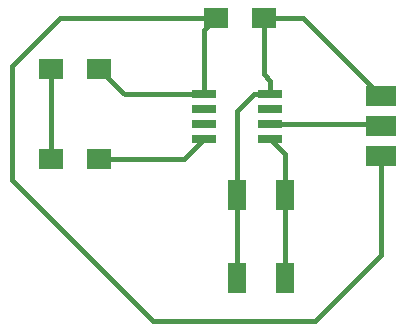
<source format=gbr>
%TF.GenerationSoftware,KiCad,Pcbnew,(6.0.0-0)*%
%TF.CreationDate,2022-03-04T09:47:11-05:00*%
%TF.ProjectId,Electronics Design - Modified ATtiny,456c6563-7472-46f6-9e69-637320446573,rev?*%
%TF.SameCoordinates,Original*%
%TF.FileFunction,Copper,L1,Top*%
%TF.FilePolarity,Positive*%
%FSLAX46Y46*%
G04 Gerber Fmt 4.6, Leading zero omitted, Abs format (unit mm)*
G04 Created by KiCad (PCBNEW (6.0.0-0)) date 2022-03-04 09:47:11*
%MOMM*%
%LPD*%
G01*
G04 APERTURE LIST*
%TA.AperFunction,SMDPad,CuDef*%
%ADD10R,2.000000X0.800000*%
%TD*%
%TA.AperFunction,SMDPad,CuDef*%
%ADD11R,2.000000X1.700000*%
%TD*%
%TA.AperFunction,SMDPad,CuDef*%
%ADD12R,1.500000X2.500000*%
%TD*%
%TA.AperFunction,SMDPad,CuDef*%
%ADD13R,2.500000X1.700000*%
%TD*%
%TA.AperFunction,Conductor*%
%ADD14C,0.400000*%
%TD*%
G04 APERTURE END LIST*
D10*
%TO.P,U1,1,VCC*%
%TO.N,Net-(C1-Pad1)*%
X203956000Y-37719000D03*
%TO.P,U1,2,TXD/PA6/DAC*%
%TO.N,unconnected-(U1-Pad2)*%
X203956000Y-38989000D03*
%TO.P,U1,3,RXD/PA7*%
%TO.N,unconnected-(U1-Pad3)*%
X203956000Y-40259000D03*
%TO.P,U1,4,PA1/SDA*%
%TO.N,Net-(U1-Pad4)*%
X203956000Y-41529000D03*
%TO.P,U1,5,PA2/SCL*%
%TO.N,Net-(U1-Pad5)*%
X209556000Y-41529000D03*
%TO.P,U1,6,~{RESET}/UPDI/PA0*%
%TO.N,Net-(U1-Pad6)*%
X209556000Y-40259000D03*
%TO.P,U1,7,PA3/SCK*%
%TO.N,unconnected-(U1-Pad7)*%
X209556000Y-38989000D03*
%TO.P,U1,8,GND*%
%TO.N,Net-(C1-Pad2)*%
X209556000Y-37719000D03*
%TD*%
D11*
%TO.P,C1,1*%
%TO.N,Net-(C1-Pad1)*%
X205010000Y-31242000D03*
%TO.P,C1,2*%
%TO.N,Net-(C1-Pad2)*%
X209010000Y-31242000D03*
%TD*%
%TO.P,R1,1*%
%TO.N,Net-(R1-Pad1)*%
X191040000Y-35560000D03*
%TO.P,R1,2*%
%TO.N,Net-(C1-Pad1)*%
X195040000Y-35560000D03*
%TD*%
%TO.P,D1,1,K*%
%TO.N,Net-(U1-Pad4)*%
X195040000Y-43180000D03*
%TO.P,D1,2,A*%
%TO.N,Net-(R1-Pad1)*%
X191040000Y-43180000D03*
%TD*%
D12*
%TO.P,SW1,1,1*%
%TO.N,Net-(U1-Pad5)*%
X210788000Y-46284000D03*
X210788000Y-53284000D03*
%TO.P,SW1,2,2*%
%TO.N,Net-(C1-Pad2)*%
X206788000Y-46284000D03*
X206788000Y-53284000D03*
%TD*%
D13*
%TO.P,J1,1,Pin_1*%
%TO.N,Net-(C1-Pad2)*%
X218934000Y-37836000D03*
%TO.P,J1,2,Pin_2*%
%TO.N,Net-(U1-Pad6)*%
X218934000Y-40376000D03*
%TO.P,J1,3,Pin_3*%
%TO.N,Net-(C1-Pad1)*%
X218934000Y-42916000D03*
%TD*%
D14*
%TO.N,Net-(C1-Pad2)*%
X212340000Y-31242000D02*
X218934000Y-37836000D01*
X209010000Y-31242000D02*
X209010000Y-36036000D01*
X209010000Y-31242000D02*
X209042000Y-31242000D01*
X206788000Y-53284000D02*
X206788000Y-46284000D01*
X206788000Y-39157978D02*
X208226978Y-37719000D01*
X208226978Y-37719000D02*
X209556000Y-37719000D01*
X209010000Y-36036000D02*
X209556000Y-36582000D01*
X209556000Y-36582000D02*
X209556000Y-37719000D01*
X206788000Y-46284000D02*
X206788000Y-39157978D01*
X209010000Y-31242000D02*
X209010000Y-30766000D01*
X209010000Y-31242000D02*
X212340000Y-31242000D01*
%TO.N,Net-(C1-Pad1)*%
X199644000Y-56896000D02*
X187706000Y-44958000D01*
X213360000Y-56896000D02*
X199644000Y-56896000D01*
X195040000Y-35560000D02*
X197072000Y-37592000D01*
X218934000Y-42916000D02*
X218934000Y-51322000D01*
X204978000Y-31242000D02*
X203956000Y-32264000D01*
X218934000Y-51322000D02*
X213360000Y-56896000D01*
X197104000Y-37592000D02*
X197231000Y-37719000D01*
X203956000Y-37719000D02*
X203956000Y-37078000D01*
X197231000Y-37719000D02*
X203956000Y-37719000D01*
X203956000Y-32264000D02*
X203956000Y-37719000D01*
X205010000Y-31242000D02*
X204978000Y-31242000D01*
X191770000Y-31242000D02*
X205010000Y-31242000D01*
X197072000Y-37592000D02*
X197104000Y-37592000D01*
X187706000Y-44958000D02*
X187706000Y-35306000D01*
X187706000Y-35306000D02*
X191770000Y-31242000D01*
%TO.N,Net-(R1-Pad1)*%
X191040000Y-43180000D02*
X191040000Y-35560000D01*
%TO.N,Net-(U1-Pad4)*%
X202305000Y-43180000D02*
X203956000Y-41529000D01*
X195040000Y-43180000D02*
X202305000Y-43180000D01*
%TO.N,Net-(U1-Pad6)*%
X218817000Y-40259000D02*
X218934000Y-40376000D01*
X209556000Y-40259000D02*
X218817000Y-40259000D01*
%TO.N,Net-(U1-Pad5)*%
X210788000Y-53284000D02*
X210788000Y-46284000D01*
X210788000Y-42761000D02*
X209556000Y-41529000D01*
X210788000Y-46284000D02*
X210788000Y-42761000D01*
%TD*%
M02*

</source>
